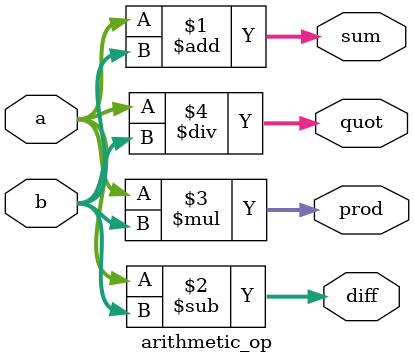
<source format=v>
module arithmetic_op (
input  [3:0] a,
input  [3:0] b,
output [4:0] sum,
output [4:0] diff,
output [7:0] prod,
output [3:0] quot
);
    assign sum  = a + b;   
    assign diff = a - b;  
    assign prod = a * b;   
    assign quot = a / b;  
endmodule

</source>
